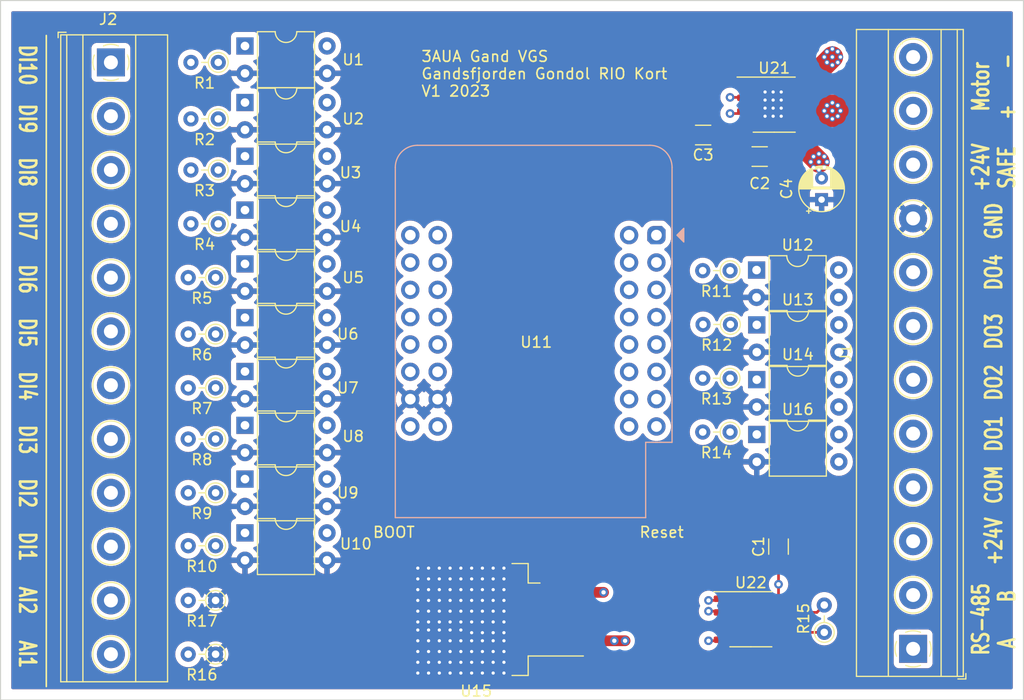
<source format=kicad_pcb>
(kicad_pcb (version 20221018) (generator pcbnew)
  (layers (0 "F.Cu" power) (1 "In1.Cu" signal) (2 "In2.Cu" signal) (31 "B.Cu" power) (34 "B.Paste" user) (35 "F.Paste" user) (36 "B.SilkS" user "B.Silkscreen") (37 "F.SilkS" user "F.Silkscreen") (38 "B.Mask" user) (39 "F.Mask" user) (44 "Edge.Cuts" user))
  (net 0 "")
  (net 1 "Net-(R1-Pad1)")
  (net 2 "Net-(R2-Pad1)")
  (net 3 "Net-(R3-Pad1)")
  (net 4 "Net-(R4-Pad1)")
  (net 5 "Net-(R5-Pad1)")
  (net 6 "Net-(R6-Pad1)")
  (net 7 "Net-(R7-Pad1)")
  (net 8 "Net-(R8-Pad1)")
  (net 9 "GND")
  (net 10 "Net-(U11-GPIO18)")
  (net 11 "Net-(U11-GPIO21)")
  (net 12 "Net-(R9-Pad1)")
  (net 13 "Net-(R10-Pad1)")
  (net 14 "Net-(U11-GPIO33)")
  (net 15 "Net-(U11-GPIO34)")
  (net 16 "Net-(U11-GPIO35)")
  (net 17 "Net-(U11-GPIO36)")
  (net 18 "Net-(U11-GPIO37)")
  (net 19 "/TX-O")
  (net 20 "/RTS")
  (net 21 "/RX-I")
  (net 22 "Net-(U11-GPIO38)")
  (net 23 "Net-(R11-Pad1)")
  (net 24 "Net-(R12-Pad1)")
  (net 25 "Net-(R13-Pad1)")
  (net 26 "Net-(R14-Pad1)")
  (net 28 "Net-(J1-Pin_4)")
  (net 29 "Net-(J1-Pin_5)")
  (net 30 "Net-(J1-Pin_6)")
  (net 31 "Net-(J1-Pin_7)")
  (net 32 "Net-(J1-Pin_8)")
  (net 33 "Net-(J1-Pin_11)")
  (net 34 "Net-(J1-Pin_12)")
  (net 35 "Net-(J1-Pin_1)")
  (net 36 "Net-(J1-Pin_2)")
  (net 37 "+24V")
  (net 38 "Net-(J1-Pin_10)")
  (net 39 "Net-(J2-Pin_1)")
  (net 40 "Net-(J2-Pin_3)")
  (net 41 "Net-(J2-Pin_4)")
  (net 42 "Net-(J2-Pin_5)")
  (net 43 "Net-(J2-Pin_6)")
  (net 44 "Net-(J2-Pin_7)")
  (net 45 "Net-(J2-Pin_8)")
  (net 46 "Net-(J2-Pin_9)")
  (net 47 "Net-(J2-Pin_10)")
  (net 48 "Net-(J2-Pin_12)")
  (net 49 "Net-(J2-Pin_2)")
  (net 50 "Net-(U11-GPIO40)")
  (net 51 "Net-(U11-GPIO39)")
  (net 55 "Net-(U11-3V3)")
  (net 56 "Net-(U11-VBUS)")
  (net 57 "Net-(U11-GPIO11)")
  (net 58 "Net-(U11-GPIO10)")
  (net 59 "Net-(U11-GPIO9)")
  (net 60 "Net-(U11-GPIO8)")
  (net 61 "Net-(U11-GPIO3)")
  (net 63 "Net-(U11-GPIO2)")
  (net 65 "Net-(J2-Pin_11)")
  (footprint "Package_DIP:DIP-4_W7.62mm" (layer "F.Cu") (at 121.95 91.475)
    (fp_text reference "U8" (at 10.05 1.025) (layer "F.SilkS"))
    (fp_text value "PC817")
    (pad "1" thru_hole rect (at 0 0) (size 1.6 1.6) (drill 0.8) (layers "*.Cu" "*.Mask") (net 8 "Net-(R8-Pad1)"))
    (pad "2" thru_hole oval (at 0 2.54) (size 1.6 1.6) (drill 0.8) (layers "*.Cu" "*.Mask") (net 9 "GND"))
    (pad "3" thru_hole oval (at 7.62 2.54) (size 1.6 1.6) (drill 0.8) (layers "*.Cu" "*.Mask") (net 9 "GND"))
    (pad "4" thru_hole oval (at 7.62 0) (size 1.6 1.6) (drill 0.8) (layers "*.Cu" "*.Mask") (net 14 "Net-(U11-GPIO33)"))
  )
  (footprint "Package_SO:SOIC-8-1EP_3.9x4.9mm_P1.27mm_EP2.41x3.3mm" (layer "F.Cu") (at 171.1 61.675)
    (fp_text reference "U21" (at 0 -3.4) (layer "F.SilkS"))
    (fp_text value "TB67H451FNG ")
    (pad "1" smd roundrect (at -2.475 -1.905) (size 1.95 0.6) (layers "F.Cu" "F.Paste" "F.Mask") (net 9 "GND"))
    (pad "2" smd roundrect (at -2.475 -0.635) (size 1.95 0.6) (layers "F.Cu" "F.Paste" "F.Mask") (net 63 "Net-(U11-GPIO2)"))
    (pad "3" smd roundrect (at -2.475 0.635) (size 1.95 0.6) (layers "F.Cu" "F.Paste" "F.Mask") (net 61 "Net-(U11-GPIO3)"))
    (pad "4" smd roundrect (at -2.475 1.905) (size 1.95 0.6) (layers "F.Cu" "F.Paste" "F.Mask") (net 55 "Net-(U11-3V3)"))
    (pad "5" smd roundrect (at 2.475 1.905) (size 1.95 0.6) (layers "F.Cu" "F.Paste" "F.Mask") (net 38 "Net-(J1-Pin_10)"))
    (pad "6" smd roundrect (at 2.475 0.635) (size 1.95 0.6) (layers "F.Cu" "F.Paste" "F.Mask") (net 33 "Net-(J1-Pin_11)"))
    (pad "7" smd roundrect (at 2.475 -0.635) (size 1.95 0.6) (layers "F.Cu" "F.Paste" "F.Mask") (net 9 "GND"))
    (pad "8" smd roundrect (at 2.475 -1.905) (size 1.95 0.6) (layers "F.Cu" "F.Paste" "F.Mask") (net 34 "Net-(J1-Pin_12)"))
    (pad "9" smd rect (at 0 0) (size 2.41 3.3) (layers "F.Cu" "F.Mask") (net 9 "GND"))
  )
  (footprint "Package_DIP:DIP-4_W7.62mm" (layer "F.Cu") (at 121.95 71.475)
    (fp_text reference "U4" (at 9.8 1.525) (layer "F.SilkS"))
    (fp_text value "PC817")
    (pad "1" thru_hole rect (at 0 0) (size 1.6 1.6) (drill 0.8) (layers "*.Cu" "*.Mask") (net 4 "Net-(R4-Pad1)"))
    (pad "2" thru_hole oval (at 0 2.54) (size 1.6 1.6) (drill 0.8) (layers "*.Cu" "*.Mask") (net 9 "GND"))
    (pad "3" thru_hole oval (at 7.62 2.54) (size 1.6 1.6) (drill 0.8) (layers "*.Cu" "*.Mask") (net 9 "GND"))
    (pad "4" thru_hole oval (at 7.62 0) (size 1.6 1.6) (drill 0.8) (layers "*.Cu" "*.Mask") (net 18 "Net-(U11-GPIO37)"))
  )
  (footprint "Resistor_THT:R_Axial_DIN0204_L3.6mm_D1.6mm_P2.54mm_Vertical" (layer "F.Cu") (at 119.22 88 180)
    (fp_text reference "R7" (at 1.27 -1.92 180) (layer "F.SilkS"))
    (fp_text value "R")
    (pad "1" thru_hole circle (at 0 0 180) (size 1.4 1.4) (drill 0.7) (layers "*.Cu" "*.Mask") (net 7 "Net-(R7-Pad1)"))
    (pad "2" thru_hole oval (at 2.54 0 180) (size 1.4 1.4) (drill 0.7) (layers "*.Cu" "*.Mask") (net 44 "Net-(J2-Pin_7)"))
  )
  (footprint "Package_TO_SOT_SMD:TO-263-2" (layer "F.Cu") (at 143.425 109.525 180)
    (fp_text reference "U15" (at 0 -6.65) (layer "F.SilkS"))
    (fp_text value "L7805")
    (pad "1" smd roundrect (at -7.65 -2.54 180) (size 4.6 1.1) (layers "F.Cu" "F.Paste" "F.Mask") (roundrect_rratio 0.2272727273) (net 37 "+24V"))
    (pad "2" smd roundrect (at -0.925 -2.775 180) (size 4.55 5.25) (layers "F.Cu" "F.Paste") (roundrect_rratio 0.05494505495) (net 9 "GND"))
    (pad "2" smd roundrect (at -0.925 2.775 180) (size 4.55 5.25) (layers "F.Cu" "F.Paste") (roundrect_rratio 0.05494505495) (net 9 "GND"))
    (pad "2" smd roundrect (at 1.5 0 180) (size 9.4 10.8) (layers "F.Cu" "F.Mask") (roundrect_rratio 0.02659595745) (net 9 "GND"))
    (pad "2" smd roundrect (at 3.925 -2.775 180) (size 4.55 5.25) (layers "F.Cu" "F.Paste") (roundrect_rratio 0.05494505495) (net 9 "GND"))
    (pad "2" smd roundrect (at 3.925 2.775 180) (size 4.55 5.25) (layers "F.Cu" "F.Paste") (roundrect_rratio 0.05494505495) (net 9 "GND"))
    (pad "3" smd roundrect (at -7.65 2.54 180) (size 4.6 1.1) (layers "F.Cu" "F.Paste" "F.Mask") (roundrect_rratio 0.2272727273) (net 56 "Net-(U11-VBUS)"))
  )
  (footprint "Resistor_THT:R_Axial_DIN0204_L3.6mm_D1.6mm_P2.54mm_Vertical" (layer "F.Cu") (at 119.47 67.75 180)
    (fp_text reference "R3" (at 1.27 -1.92 180) (layer "F.SilkS"))
    (fp_text value "R")
    (pad "1" thru_hole circle (at 0 0 180) (size 1.4 1.4) (drill 0.7) (layers "*.Cu" "*.Mask") (net 3 "Net-(R3-Pad1)"))
    (pad "2" thru_hole oval (at 2.54 0 180) (size 1.4 1.4) (drill 0.7) (layers "*.Cu" "*.Mask") (net 40 "Net-(J2-Pin_3)"))
  )
  (footprint "Package_DIP:DIP-4_W7.62mm" (layer "F.Cu") (at 121.95 56.225)
    (fp_text reference "U1" (at 10.05 1.275) (layer "F.SilkS"))
    (fp_text value "PC817")
    (pad "1" thru_hole rect (at 0 0) (size 1.6 1.6) (drill 0.8) (layers "*.Cu" "*.Mask") (net 1 "Net-(R1-Pad1)"))
    (pad "2" thru_hole oval (at 0 2.54) (size 1.6 1.6) (drill 0.8) (layers "*.Cu" "*.Mask") (net 9 "GND"))
    (pad "3" thru_hole oval (at 7.62 2.54) (size 1.6 1.6) (drill 0.8) (layers "*.Cu" "*.Mask") (net 9 "GND"))
    (pad "4" thru_hole oval (at 7.62 0) (size 1.6 1.6) (drill 0.8) (layers "*.Cu" "*.Mask") (net 50 "Net-(U11-GPIO40)"))
  )
  (footprint "Resistor_THT:R_Axial_DIN0204_L3.6mm_D1.6mm_P2.54mm_Vertical" (layer "F.Cu") (at 167.002032 77.10246 180)
    (fp_text reference "R11" (at 1.27 -1.92) (layer "F.SilkS"))
    (fp_text value "R")
    (pad "1" thru_hole circle (at 0 0 180) (size 1.4 1.4) (drill 0.7) (layers "*.Cu" "*.Mask") (net 23 "Net-(R11-Pad1)"))
    (pad "2" thru_hole oval (at 2.54 0 180) (size 1.4 1.4) (drill 0.7) (layers "*.Cu" "*.Mask") (net 60 "Net-(U11-GPIO8)"))
  )
  (footprint "Package_DIP:DIP-4_W7.62mm" (layer "F.Cu") (at 121.95 101.475)
    (fp_text reference "U10" (at 10.3 1.025) (layer "F.SilkS"))
    (fp_text value "PC817")
    (pad "1" thru_hole rect (at 0 0) (size 1.6 1.6) (drill 0.8) (layers "*.Cu" "*.Mask") (net 13 "Net-(R10-Pad1)"))
    (pad "2" thru_hole oval (at 0 2.54) (size 1.6 1.6) (drill 0.8) (layers "*.Cu" "*.Mask") (net 9 "GND"))
    (pad "3" thru_hole oval (at 7.62 2.54) (size 1.6 1.6) (drill 0.8) (layers "*.Cu" "*.Mask") (net 9 "GND"))
    (pad "4" thru_hole oval (at 7.62 0) (size 1.6 1.6) (drill 0.8) (layers "*.Cu" "*.Mask") (net 10 "Net-(U11-GPIO18)"))
  )
  (footprint "Package_DIP:DIP-4_W7.62mm" (layer "F.Cu") (at 169.482032 87.234126)
    (fp_text reference "U14" (at 3.81 -2.33) (layer "F.SilkS"))
    (fp_text value "TLP222A")
    (pad "1" thru_hole rect (at 0 0) (size 1.6 1.6) (drill 0.8) (layers "*.Cu" "*.Mask") (net 25 "Net-(R13-Pad1)"))
    (pad "2" thru_hole oval (at 0 2.54) (size 1.6 1.6) (drill 0.8) (layers "*.Cu" "*.Mask") (net 9 "GND"))
    (pad "3" thru_hole oval (at 7.62 2.54) (size 1.6 1.6) (drill 0.8) (layers "*.Cu" "*.Mask") (net 28 "Net-(J1-Pin_4)"))
    (pad "4" thru_hole oval (at 7.62 0) (size 1.6 1.6) (drill 0.8) (layers "*.Cu" "*.Mask") (net 30 "Net-(J1-Pin_6)"))
  )
  (footprint "Package_DIP:DIP-4_W7.62mm" (layer "F.Cu") (at 169.482032 92.327459)
    (fp_text reference "U16" (at 3.81 -2.33) (layer "F.SilkS"))
    (fp_text value "TLP222A")
    (pad "1" thru_hole rect (at 0 0) (size 1.6 1.6) (drill 0.8) (layers "*.Cu" "*.Mask") (net 26 "Net-(R14-Pad1)"))
    (pad "2" thru_hole oval (at 0 2.54) (size 1.6 1.6) (drill 0.8) (layers "*.Cu" "*.Mask") (net 9 "GND"))
    (pad "3" thru_hole oval (at 7.62 2.54) (size 1.6 1.6) (drill 0.8) (layers "*.Cu" "*.Mask") (net 28 "Net-(J1-Pin_4)"))
    (pad "4" thru_hole oval (at 7.62 0) (size 1.6 1.6) (drill 0.8) (layers "*.Cu" "*.Mask") (net 29 "Net-(J1-Pin_5)"))
  )
  (footprint "Resistor_THT:R_Axial_DIN0204_L3.6mm_D1.6mm_P2.54mm_Vertical" (layer "F.Cu") (at 167.002032 87.10246 180)
    (fp_text reference "R13" (at 1.27 -1.92) (layer "F.SilkS"))
    (fp_text value "R")
    (pad "1" thru_hole circle (at 0 0 180) (size 1.4 1.4) (drill 0.7) (layers "*.Cu" "*.Mask") (net 25 "Net-(R13-Pad1)"))
    (pad "2" thru_hole oval (at 2.54 0 180) (size 1.4 1.4) (drill 0.7) (layers "*.Cu" "*.Mask") (net 58 "Net-(U11-GPIO10)"))
  )
  (footprint "Resistor_THT:R_Axial_DIN0204_L3.6mm_D1.6mm_P2.54mm_Vertical" (layer "F.Cu") (at 175.75 110.72 90)
    (fp_text reference "R15" (at 1.27 -1.92 90) (layer "F.SilkS"))
    (fp_text value "R220")
    (pad "1" thru_hole circle (at 0 0 90) (size 1.4 1.4) (drill 0.7) (layers "*.Cu" "*.Mask") (net 35 "Net-(J1-Pin_1)"))
    (pad "2" thru_hole oval (at 2.54 0 90) (size 1.4 1.4) (drill 0.7) (layers "*.Cu" "*.Mask") (net 36 "Net-(J1-Pin_2)"))
  )
  (footprint "Resistor_THT:R_Axial_DIN0204_L3.6mm_D1.6mm_P2.54mm_Vertical" (layer "F.Cu") (at 119.22 83 180)
    (fp_text reference "R6" (at 1.27 -1.92 180) (layer "F.SilkS"))
    (fp_text value "R")
    (pad "1" thru_hole circle (at 0 0 180) (size 1.4 1.4) (drill 0.7) (layers "*.Cu" "*.Mask") (net 6 "Net-(R6-Pad1)"))
    (pad "2" thru_hole oval (at 2.54 0 180) (size 1.4 1.4) (drill 0.7) (layers "*.Cu" "*.Mask") (net 43 "Net-(J2-Pin_6)"))
  )
  (footprint "Package_DIP:DIP-4_W7.62mm" (layer "F.Cu") (at 121.95 96.475)
    (fp_text reference "U9" (at 9.55 1.275) (layer "F.SilkS"))
    (fp_text value "PC817")
    (pad "1" thru_hole rect (at 0 0) (size 1.6 1.6) (drill 0.8) (layers "*.Cu" "*.Mask") (net 12 "Net-(R9-Pad1)"))
    (pad "2" thru_hole oval (at 0 2.54) (size 1.6 1.6) (drill 0.8) (layers "*.Cu" "*.Mask") (net 9 "GND"))
    (pad "3" thru_hole oval (at 7.62 2.54) (size 1.6 1.6) (drill 0.8) (layers "*.Cu" "*.Mask") (net 9 "GND"))
    (pad "4" thru_hole oval (at 7.62 0) (size 1.6 1.6) (drill 0.8) (layers "*.Cu" "*.Mask") (net 11 "Net-(U11-GPIO21)"))
  )
  (footprint "Resistor_THT:R_Axial_DIN0204_L3.6mm_D1.6mm_P2.54mm_Vertical" (layer "F.Cu") (at 119.47 72.75 180)
    (fp_text reference "R4" (at 1.27 -1.92 180) (layer "F.SilkS"))
    (fp_text value "R")
    (pad "1" thru_hole circle (at 0 0 180) (size 1.4 1.4) (drill 0.7) (layers "*.Cu" "*.Mask") (net 4 "Net-(R4-Pad1)"))
    (pad "2" thru_hole oval (at 2.54 0 180) (size 1.4 1.4) (drill 0.7) (layers "*.Cu" "*.Mask") (net 41 "Net-(J2-Pin_4)"))
  )
  (footprint "Resistor_THT:R_Axial_DIN0204_L3.6mm_D1.6mm_P2.54mm_Vertical" (layer "F.Cu") (at 167.032032 82.10246 180)
    (fp_text reference "R12" (at 1.27 -1.92) (layer "F.SilkS"))
    (fp_text value "R")
    (pad "1" thru_hole circle (at 0 0 180) (size 1.4 1.4) (drill 0.7) (layers "*.Cu" "*.Mask") (net 24 "Net-(R12-Pad1)"))
    (pad "2" thru_hole oval (at 2.54 0 180) (size 1.4 1.4) (drill 0.7) (layers "*.Cu" "*.Mask") (net 59 "Net-(U11-GPIO9)"))
  )
  (footprint "Resistor_THT:R_Axial_DIN0204_L3.6mm_D1.6mm_P2.54mm_Vertical" (layer "F.Cu") (at 119.22 97.75 180)
    (fp_text reference "R9" (at 1.27 -1.92 180) (layer "F.SilkS"))
    (fp_text value "R")
    (pad "1" thru_hole circle (at 0 0 180) (size 1.4 1.4) (drill 0.7) (layers "*.Cu" "*.Mask") (net 12 "Net-(R9-Pad1)"))
    (pad "2" thru_hole oval (at 2.54 0 180) (size 1.4 1.4) (drill 0.7) (layers "*.Cu" "*.Mask") (net 46 "Net-(J2-Pin_9)"))
  )
  (footprint "Resistor_THT:R_Axial_DIN0204_L3.6mm_D1.6mm_P2.54mm_Vertical" (layer "F.Cu") (at 119.47 57.75 180)
    (fp_text reference "R1" (at 1.27 -1.92 180) (layer "F.SilkS"))
    (fp_text value "R")
    (pad "1" thru_hole circle (at 0 0 180) (size 1.4 1.4) (drill 0.7) (layers "*.Cu" "*.Mask") (net 1 "Net-(R1-Pad1)"))
    (pad "2" thru_hole oval (at 2.54 0 180) (size 1.4 1.4) (drill 0.7) (layers "*.Cu" "*.Mask") (net 39 "Net-(J2-Pin_1)"))
  )
  (footprint "Resistor_THT:R_Axial_DIN0204_L3.6mm_D1.6mm_P2.54mm_Vertical" (layer "F.Cu") (at 119.22 102.669888 180)
    (fp_text reference "R10" (at 1.27 -1.92 180) (layer "F.SilkS"))
    (fp_text value "R")
    (pad "1" thru_hole circle (at 0 0 180) (size 1.4 1.4) (drill 0.7) (layers "*.Cu" "*.Mask") (net 13 "Net-(R10-Pad1)"))
    (pad "2" thru_hole oval (at 2.54 0 180) (size 1.4 1.4) (drill 0.7) (layers "*.Cu" "*.Mask") (net 47 "Net-(J2-Pin_10)"))
  )
  (footprint "Resistor_THT:R_Axial_DIN0204_L3.6mm_D1.6mm_P2.54mm_Vertical" (layer "F.Cu") (at 119.22 92.75 180)
    (fp_text reference "R8" (at 1.27 -1.92 180) (layer "F.SilkS"))
    (fp_text value "R")
    (pad "1" thru_hole circle (at 0 0 180) (size 1.4 1.4) (drill 0.7) (layers "*.Cu" "*.Mask") (net 8 "Net-(R8-Pad1)"))
    (pad "2" thru_hole oval (at 2.54 0 180) (size 1.4 1.4) (drill 0.7) (layers "*.Cu" "*.Mask") (net 45 "Net-(J2-Pin_8)"))
  )
  (footprint "Package_DIP:DIP-4_W7.62mm" (layer "F.Cu") (at 169.462032 77.04746)
    (fp_text reference "U12" (at 3.81 -2.33) (layer "F.SilkS"))
    (fp_text value "TLP222A")
    (pad "1" thru_hole rect (at 0 0) (size 1.6 1.6) (drill 0.8) (layers "*.Cu" "*.Mask") (net 23 "Net-(R11-Pad1)"))
    (pad "2" thru_hole oval (at 0 2.54) (size 1.6 1.6) (drill 0.8) (layers "*.Cu" "*.Mask") (net 9 "GND"))
    (pad "3" thru_hole oval (at 7.62 2.54) (size 1.6 1.6) (drill 0.8) (layers "*.Cu" "*.Mask") (net 28 "Net-(J1-Pin_4)"))
    (pad "4" thru_hole oval (at 7.62 0) (size 1.6 1.6) (drill 0.8) (layers "*.Cu" "*.Mask") (net 32 "Net-(J1-Pin_8)"))
  )
  (footprint "Capacitor_THT:CP_Radial_D4.0mm_P2.00mm" (layer "F.Cu") (at 175.5 70.5 90)
    (fp_text reference "C4" (at 1 -3.25 90) (layer "F.SilkS"))
    (fp_text value "47uF")
    (pad "1" thru_hole rect (at 0 0 90) (size 1.2 1.2) (drill 0.6) (layers "*.Cu" "*.Mask") (net 9 "GND"))
    (pad "2" thru_hole circle (at 2 0 90) (size 1.2 1.2) (drill 0.6) (layers "*.Cu" "*.Mask") (net 38 "Net-(J1-Pin_10)"))
  )
  (footprint "TerminalBlock_Phoenix:TerminalBlock_Phoenix_MKDS-1,5-12_1x12_P5.00mm_Horizontal" (layer "F.Cu") (at 184 112.25 90)
    (fp_text reference "J1" (at 27.5 -6.26 90) (layer "F.SilkS"))
    (fp_text value "Screw_Terminal_01x12" hide)
    (pad "1" thru_hole rect (at 0 0 90) (size 2.6 2.6) (drill 1.3) (layers "*.Cu" "*.Mask") (net 35 "Net-(J1-Pin_1)"))
    (pad "2" thru_hole circle (at 5 0 90) (size 2.6 2.6) (drill 1.3) (layers "*.Cu" "*.Mask") (net 36 "Net-(J1-Pin_2)"))
    (pad "3" thru_hole circle (at 10 0 90) (size 2.6 2.6) (drill 1.3) (layers "*.Cu" "*.Mask") (net 37 "+24V"))
    (pad "4" thru_hole circle (at 15 0 90) (size 2.6 2.6) (drill 1.3) (layers "*.Cu" "*.Mask") (net 28 "Net-(J1-Pin_4)"))
    (pad "5" thru_hole circle (at 20 0 90) (size 2.6 2.6) (drill 1.3) (layers "*.Cu" "*.Mask") (net 29 "Net-(J1-Pin_5)"))
    (pad "6" thru_hole circle (at 25 0 90) (size 2.6 2.6) (drill 1.3) (layers "*.Cu" "*.Mask") (net 30 "Net-(J1-Pin_6)"))
    (pad "7" thru_hole circle (at 30 0 90) (size 2.6 2.6) (drill 1.3) (layers "*.Cu" "*.Mask") (net 31 "Net-(J1-Pin_7)"))
    (pad "8" thru_hole circle (at 35 0 90) (size 2.6 2.6) (drill 1.3) (layers "*.Cu" "*.Mask") (net 32 "Net-(J1-Pin_8)"))
    (pad "9" thru_hole circle (at 40 0 90) (size 2.6 2.6) (drill 1.3) (layers "*.Cu" "*.Mask") (net 9 "GND"))
    (pad "10" thru_hole circle (at 45 0 90) (size 2.6 2.6) (drill 1.3) (layers "*.Cu" "*.Mask") (net 38 "Net-(J1-Pin_10)"))
    (pad "11" thru_hole circle (at 50 0 90) (size 2.6 2.6) (drill 1.3) (layers "*.Cu" "*.Mask") (net 33 "Net-(J1-Pin_11)"))
    (pad "12" thru_hole circle (at 55 0 90) (size 2.6 2.6) (drill 1.3) (layers "*.Cu" "*.Mask") (net 34 "Net-(J1-Pin_12)"))
  )
  (footprint "Resistor_THT:R_Axial_DIN0204_L3.6mm_D1.6mm_P2.54mm_Vertical" (layer "F.Cu") (at 119.22 107.75 180)
    (fp_text reference "R17" (at 1.27 -1.92) (layer "F.SilkS"))
    (fp_text value "R")
    (pad "1" thru_hole circle (at 0 0 180) (size 1.4 1.4) (drill 0.7) (layers "*.Cu" "*.Mask") (net 9 "GND"))
    (pad "2" thru_hole oval (at 2.54 0 180) (size 1.4 1.4) (drill 0.7) (layers "*.Cu" "*.Mask") (net 65 "Net-(J2-Pin_11)"))
  )
  (footprint "Capacitor_SMD:C_1206_3216Metric_Pad1.33x1.80mm_HandSolder" (layer "F.Cu") (at 171.5 102.75 90)
    (fp_text reference "C1" (at 0 -1.85 90) (layer "F.SilkS"))
    (fp_text value "0.1uF")
    (pad "1" smd roundrect (at -1.5625 0 90) (size 1.325 1.8) (layers "F.Cu" "F.Paste" "F.Mask") (roundrect_rratio 0.1886792453) (net 55 "Net-(U11-3V3)"))
    (pad "2" smd roundrect (at 1.5625 0 90) (size 1.325 1.8) (layers "F.Cu" "F.Paste" "F.Mask") (roundrect_rratio 0.1886792453) (net 9 "GND"))
  )
  (footprint "Resistor_THT:R_Axial_DIN0204_L3.6mm_D1.6mm_P2.54mm_Vertical" (layer "F.Cu") (at 119.47 63 180)
    (fp_text reference "R2" (at 1.27 -1.92 180) (layer "F.SilkS"))
    (fp_text value "R")
    (pad "1" thru_hole circle (at 0 0 180) (size 1.4 1.4) (drill 0.7) (layers "*.Cu" "*.Mask") (net 2 "Net-(R2-Pad1)"))
    (pad "2" thru_hole oval (at 2.54 0 180) (size 1.4 1.4) (drill 0.7) (layers "*.Cu" "*.Mask") (net 49 "Net-(J2-Pin_2)"))
  )
  (footprint "Resistor_THT:R_Axial_DIN0204_L3.6mm_D1.6mm_P2.54mm_Vertical" (layer "F.Cu") (at 119.22 112.75 180)
    (fp_text reference "R16" (at 1.27 -1.92) (layer "F.SilkS"))
    (fp_text value "R")
    (pad "1" thru_hole circle (at 0 0 180) (size 1.4 1.4) (drill 0.7) (layers "*.Cu" "*.Mask") (net 9 "GND"))
    (pad "2" thru_hole oval (at 2.54 0 180) (size 1.4 1.4) (drill 0.7) (layers "*.Cu" "*.Mask") (net 48 "Net-(J2-Pin_12)"))
  )
  (footprint "Package_DIP:DIP-4_W7.62mm" (layer "F.Cu") (at 121.95 66.475)
    (fp_text reference "U3" (at 9.8 1.525) (layer "F.SilkS"))
    (fp_text value "PC817")
    (pad "1" thru_hole rect (at 0 0) (size 1.6 1.6) (drill 0.8) (layers "*.Cu" "*.Mask") (net 3 "Net-(R3-Pad1)"))
    (pad "2" thru_hole oval (at 0 2.54) (size 1.6 1.6) (drill 0.8) (layers "*.Cu" "*.Mask") (net 9 "GND"))
    (pad "3" thru_hole oval (at 7.62 2.54) (size 1.6 1.6) (drill 0.8) (layers "*.Cu" "*.Mask") (net 9 "GND"))
    (pad "4" thru_hole oval (at 7.62 0) (size 1.6 1.6) (drill 0.8) (layers "*.Cu" "*.Mask") (net 22 "Net-(U11-GPIO38)"))
  )
  (footprint "Capacitor_SMD:C_1206_3216Metric_Pad1.33x1.80mm_HandSolder" (layer "F.Cu") (at 164.5 64.5 180)
    (fp_text reference "C3" (at 0 -1.85) (layer "F.SilkS"))
    (fp_text value "0.1uF")
    (pad "1" smd roundrect (at -1.5625 0 180) (size 1.325 1.8) (layers "F.Cu" "F.Paste" "F.Mask") (roundrect_rratio 0.1886792453) (net 55 "Net-(U11-3V3)"))
    (pad "2" smd roundrect (at 1.5625 0 180) (size 1.325 1.8) (layers "F.Cu" "F.Paste" "F.Mask") (roundrect_rratio 0.1886792453) (net 9 "GND"))
  )
  (footprint "Package_DIP:DIP-4_W7.62mm" (layer "F.Cu") (at 169.482032 82.140793)
    (fp_text reference "U13" (at 3.81 -2.33) (layer "F.SilkS"))
    (fp_text value "TLP222A")
    (pad "1" thru_hole rect (at 0 0) (size 1.6 1.6) (drill 0.8) (layers "*.Cu" "*.Mask") (net 24 "Net-(R12-Pad1)"))
    (pad "2" thru_hole oval (at 0 2.54) (size 1.6 1.6) (drill 0.8) (layers "*.Cu" "*.Mask") (net 9 "GND"))
    (pad "3" thru_hole oval (at 7.62 2.54) (size 1.6 1.6) (drill 0.8) (layers "*.Cu" "*.Mask") (net 28 "Net-(J1-Pin_4)"))
    (pad "4" thru_hole oval (at 7.62 0) (size 1.6 1.6) (drill 0.8) (layers "*.Cu" "*.Mask") (net 31 "Net-(J1-Pin_7)"))
  )
  (footprint "Package_DIP:DIP-4_W7.62mm" (layer "F.Cu") (at 121.95 86.475)
    (fp_text reference "U7" (at 9.55 1.525) (layer "F.SilkS"))
    (fp_text value "PC817")
    (pad "1" thru_hole rect (at 0 0) (size 1.6 1.6) (drill 0.8) (layers "*.Cu" "*.Mask") (net 7 "Net-(R7-Pad1)"))
    (pad "2" thru_hole oval (at 0 2.54) (size 1.6 1.6) (drill 0.8) (layers "*.Cu" "*.Mask") (net 9 "GND"))
    (pad "3" thru_hole oval (at 7.62 2.54) (size 1.6 1.6) (drill 0.8) (layers "*.Cu" "*.Mask") (net 9 "GND"))
    (pad "4" thru_hole oval (at 7.62 0) (size 1.6 1.6) (drill 0.8) (layers "*.Cu" "*.Mask") (net 15 "Net-(U11-GPIO34)"))
  )
  (footprint "Resistor_THT:R_Axial_DIN0204_L3.6mm_D1.6mm_P2.54mm_Vertical" (layer "F.Cu") (at 119.22 77.75 180)
    (fp_text reference "R5" (at 1.27 -1.92 180) (layer "F.SilkS"))
    (fp_text value "R")
    (pad "1" thru_hole circle (at 0 0 180) (size 1.4 1.4) (drill 0.7) (layers "*.Cu" "*.Mask") (net 5 "Net-(R5-Pad1)"))
    (pad "2" thru_hole oval (at 2.54 0 180) (size 1.4 1.4) (drill 0.7) (layers "*.Cu" "*.Mask") (net 42 "Net-(J2-Pin_5)"))
  )
  (footprint "Package_DIP:DIP-4_W7.62mm" (layer "F.Cu") (at 121.95 76.475)
    (fp_text reference "U5" (at 10.05 1.275) (layer "F.SilkS"))
    (fp_text value "PC817")
    (pad "1" thru_hole rect (at 0 0) (size 1.6 1.6) (drill 0.8) (layers "*.Cu" "*.Mask") (net 5 "Net-(R5-Pad1)"))
    (pad "2" thru_hole oval (at 0 2.54) (size 1.6 1.6) (drill 0.8) (layers "*.Cu" "*.Mask") (net 9 "GND"))
    (pad "3" thru_hole oval (at 7.62 2.54) (size 1.6 1.6) (drill 0.8) (layers "*.Cu" "*.Mask") (net 9 "GND"))
    (pad "4" thru_hole oval (at 7.62 0) (size 1.6 1.6) (drill 0.8) (layers "*.Cu" "*.Mask") (net 17 "Net-(U11-GPIO36)"))
  )
  (footprint "Package_SO:SOIC-8_3.9x4.9mm_P1.27mm" (layer "F.Cu") (at 168.93 109.5)
    (fp_text reference "U22" (at 0 -3.4) (layer "F.SilkS"))
    (fp_text value "SP3485CN")
    (pad "1" smd roundrect (at -2.475 -1.905) (size 1.95 0.6) (layers "F.Cu" "F.Paste" "F.Mask") (net 19 "/TX-O"))
    (pad "2" smd roundrect (at -2.475 -0.635) (size 1.95 0.6) (layers "F.Cu" "F.Paste" "F.Mask") (net 20 "/RTS"))
    (pad "3" smd roundrect (at -2.475 0.635) (size 1.95 0.6) (layers "F.Cu" "F.Paste" "F.Mask") (net 20 "/RTS"))
    (pad "4" smd roundrect (at -2.475 1.905) (size 1.95 0.6) (layers "F.Cu" "F.Paste" "F.Mask") (net 21 "/RX-I"))
    (pad "5" smd roundrect (at 2.475 1.905) (size 1.95 0.6) (layers "F.Cu" "F.Paste" "F.Mask") (net 9 "GND"))
    (pad "6" smd roundrect (at 2.475 0.635) (size 1.95 0.6) (layers "F.Cu" "F.Paste" "F.Mask") (net 35 "Net-(J1-Pin_1)"))
    (pad "7" smd roundrect (at 2.475 -0.635) (size 1.95 0.6) (layers "F.Cu" "F.Paste" "F.Mask") (net 36 "Net-(J1-Pin_2)"))
    (pad "8" smd roundrect (at 2.475 -1.905) (size 1.95 0.6) (layers "F.Cu" "F.Paste" "F.Mask") (net 55 "Net-(U11-3V3)"))
  )
  (footprint "Package_DIP:DIP-4_W7.62mm" (layer "F.Cu") (at 121.95 81.475)
    (fp_text reference "U6" (at 9.55 1.525) (layer "F.SilkS"))
    (fp_text value "PC817")
    (pad "1" thru_hole rect (at 0 0) (size 1.6 1.6) (drill 0.8) (layers "*.Cu" "*.Mask") (net 6 "Net-(R6-Pad1)"))
    (pad "2" thru_hole oval (at 0 2.54) (size 1.6 1.6) (drill 0.8) (layers "*.Cu" "*.Mask") (net 9 "GND"))
    (pad "3" thru_hole oval (at 7.62 2.54) (size 1.6 1.6) (drill 0.8) (layers "*.Cu" "*.Mask") (net 9 "GND"))
    (pad "4" thru_hole oval (at 7.62 0) (size 1.6 1.6) (drill 0.8) (layers "*.Cu" "*.Mask") (net 16 "Net-(U11-GPIO35)"))
  )
  (footprint "Capacitor_SMD:C_1206_3216Metric_Pad1.33x1.80mm_HandSolder" (layer "F.Cu") (at 169.75 66.5)
    (fp_text reference "C2" (at 0 2.5) (layer "F.SilkS"))
    (fp_text value "0.1uF")
    (pad "1" smd roundrect (at -1.5625 0) (size 1.325 1.8) (layers "F.Cu" "F.Paste" "F.Mask") (roundrect_rratio 0.1886792453) (net 9 "GND"))
    (pad "2" smd roundrect (at 1.5625 0) (size 1.325 1.8) (layers "F.Cu" "F.Paste" "F.Mask") (roundrect_rratio 0.1886792453) (net 38 "Net-(J1-Pin_10)"))
  )
  (footprint "Resistor_THT:R_Axial_DIN0204_L3.6mm_D1.6mm_P2.54mm_Vertical" (layer "F.Cu") (at 167.002032 92.10246 180)
    (fp_text reference "R14" (at 1.27 -1.92) (layer "F.SilkS"))
    (fp_text value "R")
    (pad "1" thru_hole circle (at 0 0 180) (size 1.4 1.4) (drill 0.7) (layers "*.Cu" "*.Mask") (net 26 "Net-(R14-Pad1)"))
    (pad "2" thru_hole oval (at 2.54 0 180) (size 1.4 1.4) (drill 0.7) (layers "*.Cu" "*.Mask") (net 57 "Net-(U11-GPIO11)"))
  )
  (footprint "Package_DIP:DIP-4_W7.62mm" (layer "F.Cu") (at 121.95 61.475)
    (fp_text reference "U2" (at 10.05 1.525) (layer "F.SilkS"))
    (fp_text value "PC817")
    (pad "1" thru_hole rect (at 0 0) (size 1.6 1.6) (drill 0.8) (layers "*.Cu" "*.Mask") (net 2 "Net-(R2-Pad1)"))
    (pad "2" thru_hole oval (at 0 2.54) (size 1.6 1.6) (drill 0.8) (layers "*.Cu" "*.Mask") (net 9 "GND"))
    (pad "3" thru_hole oval (at 7.62 2.54) (size 1.6 1.6) (drill 0.8) (layers "*.Cu" "*.Mask") (net 9 "GND"))
    (pad "4" thru_hole oval (at 7.62 0) (size 1.6 1.6) (drill 0.8) (layers "*.Cu" "*.Mask") (net 51 "Net-(U11-GPIO39)"))
  )
  (footprint "TerminalBlock_Phoenix:TerminalBlock_Phoenix_MKDS-1,5-12_1x12_P5.00mm_Horizontal" (layer "F.Cu") (at 109.5 57.75 -90)
    (fp_text reference "J2" (at -4 0.25 -180) (layer "F.SilkS"))
    (fp_text value "Screw_Terminal_01x12")
    (pad "1" thru_hole rect (at 0 0 270) (size 2.6 2.6) (drill 1.3) (layers "*.Cu" "*.Mask") (net 39 "Net-(J2-Pin_1)"))
    (pad "2" thru_hole circle (at 5 0 270) (size 2.6 2.6) (drill 1.3) (layers "*.Cu" "*.Mask") (net 49 "Net-(J2-Pin_2)"))
    (pad "3" thru_hole circle (at 10 0 270) (size 2.6 2.6) (drill 1.3) (layers "*.Cu" "*.Mask") (net 40 "Net-(J2-Pin_3)"))
    (pad "4" thru_hole circle (at 15 0 270) (size 2.6 2.6) (drill 1.3) (layers "*.Cu" "*.Mask") (net 41 "Net-(J2-Pin_4)"))
    (pad "5" thru_hole circle (at 20 0 270) (size 2.6 2.6) (drill 1.3) (layers "*.Cu" "*.Mask") (net 42 "Net-(J2-Pin_5)"))
    (pad "6" thru_hole circle (at 25 0 270) (size 2.6 2.6) (drill 1.3) (layers "*.Cu" "*.Mask") (net 43 "Net-(J2-Pin_6)"))
    (pad "7" thru_hole circle (at 30 0 270) (size 2.6 2.6) (drill 1.3) (layers "*.Cu" "*.Mask") (net 44 "Net-(J2-Pin_7)"))
    (pad "8" thru_hole circle (at 35 0 270) (size 2.6 2.6) (drill 1.3) (layers "*.Cu" "*.Mask") (net 45 "Net-(J2-Pin_8)"))
    (pad "9" thru_hole circle (at 40 0 270) (size 2.6 2.6) (drill 1.3) (layers "*.Cu" "*.Mask") (net 46 "Net-(J2-Pin_9)"))
    (pad "10" thru_hole circle (at 45 0 270) (size 2.6 2.6) (drill 1.3) (layers "*.Cu" "*.Mask") (net 47 "Net-(J2-Pin_10)"))
    (pad "11" thru_hole circle (at 50 0 270) (size 2.6 2.6) (drill 1.3) (layers "*.Cu" "*.Mask") (net 65 "Net-(J2-Pin_11)"))
    (pad "12" thru_hole circle (at 55 0 270) (size 2.6 2.6) (drill 1.3) (layers "*.Cu" "*.Mask") (net 48 "Net-(J2-Pin_12)"))
  )
  (footprint "wemos 2s mini:WEMOS_S2_mini" (layer "B.Cu") (at 160.1625 73.805 180)
    (fp_text reference "U11" (at 11.1625 -9.945) (layer "F.SilkS"))
    (fp_text value "WeMos_S2_mini")
    (pad "1" thru_hole roundrect (at 0 0 180) (size 1.7 1.7) (drill 1) (layers "*.Cu" "*.Mask") (roundrect_rratio 0.35) (chamfer_ratio 0.2) (chamfer top_right bottom_left))
    (pad "2" thru_hole circle (at 0 -2.54 180) (size 1.7 1.7) (drill 1) (layers "*.Cu" "*.Mask") (net 61 "Net-(U11-GPIO3)"))
    (pad "3" thru_hole circle (at 0 -5.08 180) (size 1.7 1.7) (drill 1) (layers "*.Cu" "*.Mask"))
    (pad "4" thru_hole circle (at 0 -7.62 180) (size 1.7 1.7) (drill 1) (layers "*.Cu" "*.Mask"))
    (pad "5" thru_hole circle (at 0 -10.16 180) (size 1.7 1.7) (drill 1) (layers "*.Cu" "*.Mask") (net 59 "Net-(U11-GPIO9)"))
    (pad "6" thru_hole circle (at 0 -12.7 180) (size 1.7 1.7) (drill 1) (layers "*.Cu" "*.Mask") (net 57 "Net-(U11-GPIO11)"))
    (pad "7" thru_hole circle (at 0 -15.24 180) (size 1.7 1.7) (drill 1) (layers "*.Cu" "*.Mask") (net 21 "/RX-I"))
    (pad "8" thru_hole circle (at 0 -17.78 180) (size 1.7 1.7) (drill 1) (layers "*.Cu" "*.Mask") (net 55 "Net-(U11-3V3)"))
    (pad "9" thru_hole circle (at 22.86 -17.78 180) (size 1.7 1.7) (drill 1) (layers "*.Cu" "*.Mask") (net 56 "Net-(U11-VBUS)"))
    (pad "10" thru_hole circle (at 22.86 -15.24 180) (size 1.7 1.7) (drill 1) (layers "*.Cu" "*.Mask") (net 9 "GND"))
    (pad "11" thru_hole circle (at 22.86 -12.7 180) (size 1.7 1.7) (drill 1) (layers "*.Cu" "*.Mask") (net 65 "Net-(J2-Pin_11)"))
    (pad "12" thru_hole circle (at 22.86 -10.16 180) (size 1.7 1.7) (drill 1) (layers "*.Cu" "*.Mask") (net 10 "Net-(U11-GPIO18)"))
    (pad "13" thru_hole circle (at 22.86 -7.62 180) (size 1.7 1.7) (drill 1) (layers "*.Cu" "*.Mask") (net 14 "Net-(U11-GPIO33)"))
    (pad "14" thru_hole circle (at 22.86 -5.08 180) (size 1.7 1.7) (drill 1) (layers "*.Cu" "*.Mask") (net 16 "Net-(U11-GPIO35)"))
    (pad "15" thru_hole circle (at 22.86 -2.54 180) (size 1.7 1.7) (drill 1) (layers "*.Cu" "*.Mask") (net 18 "Net-(U11-GPIO37)"))
    (pad "16" thru_hole circle (at 22.86 0 180) (size 1.7 1.7) (drill 1) (layers "*.Cu" "*.Mask") (net 51 "Net-(U11-GPIO39)"))
    (pad "17" thru_hole circle (at 2.54 0 180) (size 1.7 1.7) (drill 1) (layers "*.Cu" "*.Mask"))
    (pad "18" thru_hole circle (at 2.54 -2.54 180) (size 1.7 1.7) (drill 1) (layers "*.Cu" "*.Mask") (net 63 "Net-(U11-GPIO2)"))
    (pad "19" thru_hole circle (at 2.54 -5.08 180) (size 1.7 1.7) (drill 1) (layers "*.Cu" "*.Mask"))
    (pad "20" thru_hole circle (at 2.54 -7.62 180) (size 1.7 1.7) (drill 1) (layers "*.Cu" "*.Mask"))
    (pad "21" thru_hole circle (at 2.54 -10.16 180) (size 1.7 1.7) (drill 1) (layers "*.Cu" "*.Mask") (net 60 "Net-(U11-GPIO8)"))
    (pad "22" thru_hole circle (at 2.54 -12.7 180) (size 1.7 1.7) (drill 1) (layers "*.Cu" "*.Mask") (net 58 "Net-(U11-GPIO10)"))
    (pad "23" thru_hole circle (at 2.54 -15.24 180) (size 1.7 1.7) (drill 1) (layers "*.Cu" "*.Mask") (net 20 "/RTS"))
    (pad "24" thru_hole circle (at 2.54 -17.78 180) (size 1.7 1.7) (drill 1) (layers "*.Cu" "*.Mask") (net 19 "/TX-O"))
    (pad "25" thru_hole circle (at 20.32 -17.78 180) (size 1.7 1.7) (drill 1) (layers "*.Cu" "*.Mask"))
    (pad "26" thru_hole circle (at 20.32 -15.24 180) (size 1.7 1.7) (drill 1) (layers "*.Cu" "*.Mask") (net 9 "GND"))
    (pad "27" thru_hole circle (at 20.32 -12.7 180) (size 1.7 1.7) (drill 1) (layers "*.Cu" "*.Mask") (net 48 "Net-(J2-Pin_12)"))
    (pad "28" thru_hole circle (at 20.32 -10.16 180) (size 1.7 1.7) (drill 1) (layers "*.Cu" "*.Mask") (net 11 "Net-(U11-GPIO21)"))
    (pad "29" thru_hole circle (at 20.32 -7.62 180) (size 1.7 1.7) (drill 1) (layers "*.Cu" "*.Mask") (net 15 "Net-(U11-GPIO34)"))
    (pad "30" thru_hole circle (at 20.32 -5.08 180) (size 1.7 1.7) (drill 1) (layers "*.Cu" "*.Mask") (net 17 "Net-(U11-GPIO36)"))
    (pad "31" thru_hole circle (at 20.32 -2.54 180) (size 1.7 1.7) (drill 1) (layers "*.Cu" "*.Mask") (net 22 "Net-(U11-GPIO38)"))
    (pad "32" thru_hole circle (at 20.32 0 180) (size 1.7 1.7) (drill 1) (layers "*.Cu" "*.Mask") (net 50 "Net-(U11-GPIO40)"))
  )
  (gr_line (start 103.5 55.25) (end 103.5 115.75) (stroke (width 0.15)) (layer "F.SilkS"))
  (gr_rect locked (start 99.25 52) (end 194.25 117) (stroke (width 0.1)) (fill none) (layer "Edge.Cuts"))
  (gr_text "+24V" (at 191.5 102.25 90) (layer "F.SilkS") (effects (font (size 1.5 1.1) (thickness 0.25))))
  (gr_text "GND" (at 191.5 72.5 90) (layer "F.SilkS") (effects (font (size 1.5 1.1) (thickness 0.25))))
  (gr_text "DI3" (at 101.75 92.805554 270) (layer "F.SilkS") (effects (font (size 1.5 1.1) (thickness 0.25))))
  (gr_text "DI8" (at 101.75 67.944444 270) (layer "F.SilkS") (effects (font (size 1.5 1.1) (thickness 0.25))))
  (gr_text "DO4" (at 191.5 77.25 90) (layer "F.SilkS") (effects (font (size 1.5 1.1) (thickness 0.25))))
  (gr_text "DI9" (at 101.75 62.972222 270) (layer "F.SilkS") (effects (font (size 1.5 1.1) (thickness 0.25))))
  (gr_text "Motor\n+    -" (at 191.5 60 90) (layer "F.SilkS") (effects (font (size 1.5 1.1) (thickness 0.25))))
  (gr_text "AI1" (at 101.75 112.75 270) (layer "F.SilkS") (effects (font (size 1.5 1.1) (thickness 0.25))))
  (gr_text "AI2" (at 101.75 107.75 270) (layer "F.SilkS") (effects (font (size 1.5 1.1) (thickness 0.25))))
  (gr_text "DO1" (at 191.5 92.25 90) (layer "F.SilkS") (effects (font (size 1.5 1.1) (thickness 0.25))))
  (gr_text "DI1" (at 101.75 102.75 270) (layer "F.SilkS") (effects (font (size 1.5 1.1) (thickness 0.25))))
  (gr_text "3AUA Gand VGS\nGandsfjorden Gondol RIO Kort \nV1 2023" (at 138.25 61) (layer "F.SilkS") (effects (font (size 1 1)) (justify left bottom)))
  (gr_text "BOOT" (at 133.75 102) (layer "F.SilkS") (effects (font (size 1 1)) (justify left bottom)))
  (gr_text "DI10" (at 101.75 58 270) (layer "F.SilkS") (effects (font (size 1.5 1.1) (thickness 0.25))))
  (gr_text "DI7" (at 101.75 72.916666 270) (layer "F.SilkS") (effects (font (size 1.5 1.1) (thickness 0.25))))
  (gr_text "Reset" (at 158.5 102) (layer "F.SilkS") (effects (font (size 1 1)) (justify left bottom)))
  (gr_text "DO3" (at 191.5 82.75 90) (layer "F.SilkS") (effects (font (size 1.5 1.1) (thickness 0.25))))
  (gr_text "+24V\nSAFE" (at 191.5 67.5 90) (layer "F.SilkS") (effects (font (size 1.5 1.1) (thickness 0.25))))
  (gr_text "DI4" (at 101.75 87.833332 270) (layer "F.SilkS") (effects (font (size 1.5 1.1) (thickness 0.25))))
  (gr_text "RS-485\nA    B" (at 191.5 109.5 90) (layer "F.SilkS") (effects (font (size 1.5 1.1) (thickness 0.25))))
  (gr_text "DI5" (at 101.75 82.86111 270) (layer "F.SilkS") (effects (font (size 1.5 1.1) (thickness 0.25))))
  (gr_text "DO2" (at 191.5 87.5 90) (layer "F.SilkS") (effects (font (size 1.5 1.1) (thickness 0.25))))
  (gr_text "DI6" (at 101.75 77.888888 270) (layer "F.SilkS") (effects (font (size 1.5 1.1) (thickness 0.25))))
  (gr_text "DI2" (at 101.75 97.777776 270) (layer "F.SilkS") (effects (font (size 1.5 1.1) (thickness 0.25))))
  (gr_text "COM" (at 191.5 97 90) (layer "F.SilkS") (effects (font (size 1.5 1.1) (thickness 0.25))))
  (segment (start 172.02 60.77) (end 172.400837 60.77) (width 1) (layer "F.Cu") (net 9))
  (segment (start 171.75 60.5) (end 172.02 60.77) (width 1) (layer "F.Cu") (net 9))
  (via (at 141 111.5) (size 0.5) (drill 0.3) (layers "F.Cu" "B.Cu") (net 9))
  (via (at 138 105.75) (size 0.5) (drill 0.3) (layers "F.Cu" "B.Cu") (net 9))
  (via (at 138 113.5) (size 0.5) (drill 0.3) (layers "F.Cu" "B.Cu") (net 9))
  (via (at 142 104.75) (size 0.5) (drill 0.3) (layers "F.Cu" "B.Cu") (net 9))
  (via (at 145 104.75) (size 0.5) (drill 0.3) (layers "F.Cu" "B.Cu") (net 9))
  (via (at 140 111.5) (size 0.5) (drill 0.3) (layers "F.Cu" "B.Cu") (net 9))
  (via (at 142 114.5) (size 0.5) (drill 0.3) (layers "F.Cu" "B.Cu") (net 9))
  (via (at 143 104.75) (size 0.5) (drill 0.3) (layers "F.Cu" "B.Cu") (net 9))
  (via (at 140 112.5) (size 0.5) (drill 0.3) (layers "F.Cu" "B.Cu") (net 9))
  (via (at 144 109.75) (size 0.5) (drill 0.3) (layers "F.Cu" "B.Cu") (net 9))
  (via (at 146 107.75) (size 0.5) (drill 0.3) (layers "F.Cu" "B.Cu") (net 9))
  (via (at 138 112.5) (size 0.5) (drill 0.3) (layers "F.Cu" "B.Cu") (net 9))
  (via (at 141 112.5) (size 0.5) (drill 0.3) (layers "F.Cu" "B.Cu") (net 9))
  (via (at 170.25 60.5) (size 0.5) (drill 0.3) (layers "F.Cu" "B.Cu") (net 9))
  (via (at 145 108.75) (size 0.5) (drill 0.3) (layers "F.Cu" "B.Cu") (net 9))
  (via (at 171 62.75) (size 0.5) (drill 0.3) (layers "F.Cu" "B.Cu") (net 9))
  (via (at 144 108.75) (size 0.5) (drill 0.3) (layers "F.Cu" "B.Cu") (net 9))
  (via (at 145 105.75) (size 0.5) (drill 0.3) (layers "F.Cu" "B.Cu") (net 9))
  (via (at 142 106.75) (size 0.5) (drill 0.3) (layers "F.Cu" "B.Cu") (net 9))
  (via (at 139 112.5) (size 0.5) (drill 0.3) (layers "F.Cu" "B.Cu") (net 9))
  (via (at 143 111.5) (size 0.5) (drill 0.3) (layers "F.Cu" "B.Cu") (net 9))
  (via (at 140 105.75) (size 0.5) (drill 0.3) (layers "F.Cu" "B.Cu") (net 9))
  (via (at 138 114.5) (size 0.5) (drill 0.3) (layers "F.Cu" "B.Cu") (net 9))
  (via (at 138 109.75) (size 0.5) (drill 0.3) (layers "F.Cu" "B.Cu") (net 9))
  (via (at 139 109.75) (size 0.5) (drill 0.3) (layers "F.Cu" "B.Cu") (net 9))
  (via (at 139 111.5) (size 0.5) (drill 0.3) (layers "F.Cu" "B.Cu") (net 9))
  (via (at 138 110.5) (size 0.5) (drill 0.3) (layers "F.Cu" "B.Cu") (net 9))
  (via (at 141 109.75) (size 0.5) (drill 0.3) (layers "F.Cu" "B.Cu") (net 9))
  (via (at 139 106.75) (size 0.5) (drill 0.3) (layers "F.Cu" "B.Cu") (net 9))
  (via (at 140 109.75) (size 0.5) (drill 0.3) (layers "F.Cu" "B.Cu") (net 9))
  (via (at 146 109.75) (size 0.5) (drill 0.3) (layers "F.Cu" "B.Cu") (net 9))
  (via (at 144 107.75) (size 0.5) (drill 0.3) (layers "F.Cu" "B.Cu") (net 9))
  (via (at 140 113.5) (size 0.5) (drill 0.3) (layers "F.Cu" "B.Cu") (net 9))
  (via (at 171 60.5) (size 0.5) (drill 0.3) (layers "F.Cu" "B.Cu") (net 9))
  (via (at 144 112.5) (size 0.5) (drill 0.3) (layers "F.Cu" "B.Cu") (net 9))
  (via (at 171.75 60.5) (size 0.5) (drill 0.3) (layers "F.Cu" "B.Cu") (net 9))
  (via (at 145 107.75) (size 0.5) (drill 0.3) (layers "F.Cu" "B.Cu") (net 9))
  (via (at 140 104.75) (size 0.5) (drill 0.3) (layers "F.Cu" "B.Cu") (net 9))
  (via (at 146 113.5) (size 0.5) (drill 0.3) (layers "F.Cu" "B.Cu") (net 9))
  (via (at 171.75 62.75) (size 0.5) (drill 0.3) (layers "F.Cu" "B.Cu") (net 9))
  (via (at 140 107.75) (size 0.5) (drill 0.3) (layers "F.Cu" "B.Cu") (net 9))
  (via (at 138 107.75) (size 0.5) (drill 0.3) (layers "F.Cu" "B.Cu") (net 9))
  (via (at 139 113.5) (size 0.5) (drill 0.3) (layers "F.Cu" "B.Cu") (net 9))
  (via (at 139 107.75) (size 0.5) (drill 0.3) (layers "F.Cu" "B.Cu") (net 9))
  (via (at 140 106.75) (size 0.5) (drill 0.3) (layers "F.Cu" "B.Cu") (net 9))
  (via (at 144 114.5) (size 0.5) (drill 0.3) (layers "F.Cu" "B.Cu") (net 9))
  (via (at 146 112.5) (size 0.5) (drill 0.3) (layers "F.Cu" "B.Cu") (net 9))
  (via (at 143 113.5) (size 0.5) (drill 0.3) (layers "F.Cu" "B.Cu") (net 9))
  (via (at 142 107.75) (size 0.5) (drill 0.3) (layers "F.Cu" "B.Cu") (net 9))
  (via (at 145 114.5) (size 0.5) (drill 0.3) (layers "F.Cu" "B.Cu") (net 9))
  (via (at 139 105.75) (size 0.5) (drill 0.3) (layers "F.Cu" "B.Cu") (net 9))
  (via (at 139 110.5) (size 0.5) (drill 0.3) (layers "F.Cu" "B.Cu") (net 9))
  (via (at 170.25 62) (size 0.5) (drill 0.3) (layers "F.Cu" "B.Cu") (net 9))
  (via (at 146 111.5) (size 0.5) (drill 0.3) (layers "F.Cu" "B.Cu") (net 9))
  (via (at 141 110.5) (size 0.5) (drill 0.3) (layers "F.Cu" "B.Cu") (net 9))
  (via (at 138 104.75) (size 0.5) (drill 0.3) (layers "F.Cu" "B.Cu") (net 9))
  (via (at 143 114.5) (size 0.5) (drill 0.3) (layers "F.Cu" "B.Cu") (net 9))
  (via (at 141 107.75) (size 0.5) (drill 0.3) (layers "F.Cu" "B.Cu") (net 9))
  (via (at 171.75 61.25) (size 0.5) (drill 0.3) (layers "F.Cu" "B.Cu") (net 9))
  (via (at 141 114.5) (size 0.5) (drill 0.3) (layers "F.Cu" "B.Cu") (net 9))
  (via (at 146 108.75) (size 0.5) (drill 0.3) (layers "F.Cu" "B.Cu") (net 9))
  (via (at 141 105.75) (size 0.5) (drill 0.3) (layers "F.Cu" "B.Cu") (net 9))
  (via (at 138 111.5) (size 0.5) (drill 0.3) (layers "F.Cu" "B.Cu") (net 9))
  (via (at 144 105.75) (size 0.5) (drill 0.3) (layers "F.Cu" "B.Cu") (net 9))
  (via (at 170.25 61.25) (size 0.5) (drill 0.3) (layers "F.Cu" "B.Cu") (net 9))
  (via (at 141 104.75) (size 0.5) (drill 0.3) (layers "F.Cu" "B.Cu") (net 9))
  (via (at 139 104.75) (size 0.5) (drill 0.3) (layers "F.Cu" "B.Cu") (net 9))
  (via (at 144 111.5) (size 0.5) (drill 0.3) (layers "F.Cu" "B.Cu") (net 9))
  (via (at 144 106.75) (size 0.5) (drill 0.3) (layers "F.Cu" "B.Cu") (net 9))
  (via (at 140 114.5) (size 0.5) (drill 0.3) (layers "F.Cu" "B.Cu") (net 9))
  (via (at 144 113.5) (size 0.5) (drill 0.3) (layers "F.Cu" "B.Cu") (net 9))
  (via (at 143 107.75) (size 0.5) (drill 0.3) (layers "F.Cu" "B.Cu") (net 9))
  (via (at 142 105.75) (size 0.5) (drill 0.3) (layers "F.Cu" "B.Cu") (net 9))
  (via (at 142 110.5) (size 0.5) (drill 0.3) (layers "F.Cu" "B.Cu") (net 9))
  (via (at 142 109.75) (size 0.5) (drill 0.3) (layers "F.Cu" "B.Cu") (net 9))
  (via (at 145 106.75) (size 0.5) (drill 0.3) (layers "F.Cu" "B.Cu") (net 9))
  (via (at 142 113.5) (size 0.5) (drill 0.3) (layers "F.Cu" "B.Cu") (net 9))
  (via (at 139 114.5) (size 0.5) (drill 0.3) (layers "F.Cu" "B.Cu") (net 9))
  (via (at 145 110.75) (size 0.5) (drill 0.3) (layers "F.Cu" "B.Cu") (net 9))
  (via (at 170.25 62.75) (size 0.5) (drill 0.3) (layers "F.Cu" "B.Cu") (net 9))
  (via (at 171 61.25) (size 0.5) (drill 0.3) (layers "F.Cu" "B.Cu") (net 9))
  (via (at 143 109.75) (size 0.5) (drill 0.3) (layers "F.Cu" "B.Cu") (net 9))
  (via (at 145 112.5) (size 0.5) (drill 0.3) (layers "F.Cu" "B.Cu") (net 9))
  (via (at 145 111.5) (size 0.5) (drill 0.3) (layers "F.Cu" "B.Cu") (net 9))
  (via (at 138 108.75) (size 0.5) (drill 0.3) (layers "F.Cu" "B.Cu") (net 9))
  (via (at 146 110.75) (size 0.5) (drill 0.3) (layers "F.Cu" "B.Cu") (net 9))
  (via (at 146 104.75) (size 0.5) (drill 0.3) (layers "F.Cu" "B.Cu") (net 9))
  (via (at 146 106.75) (size 0.5) (drill 0.3) (layers "F.Cu" "B.Cu") (net 9))
  (via (at 140 108.75) (size 0.5) (drill 0.3) (layers "F.Cu" "B.Cu") (net 9))
  (via (at 141 106.75) (size 0.5) (drill 0.3) (layers "F.Cu" "B.Cu") (net 9))
  (via (at 141 113.5) (size 0.5) (drill 0.3) (layers "F.Cu" "B.Cu") (net 9))
  (via (at 142 112.5) (size 0.5) (drill 0.3) (layers "F.Cu" "B.Cu") (net 9))
  (via (at 143 108.75) (size 0.5) (drill 0.3) (layers "F.Cu" "B.Cu") (net 9))
  (via (at 143 110.75) (size 0.5) (drill 0.3) (layers "F.Cu" "B.Cu") (net 9))
  (via (at 140 110.5) (size 0.5) (drill 0.3) (layers "F.Cu" "B.Cu") (net 9))
  (via (at 146 105.75) (size 0.5) (drill 0.3) (layers "F.Cu" "B.Cu") (net 9))
  (via (at 145 113.5) (size 0.5) (drill 0.3) (layers "F.Cu" "B.Cu") (net 9))
  (via (at 171.75 62) (size 0.5) (drill 0.3) (layers "F.Cu" "B.Cu") (net 9))
  (via (at 144 110.75) (size 0.5) (drill 0.3) (layers "F.Cu" "B.Cu") (net 9))
  (via (at 143 105.75) (size 0.5) (drill 0.3) (layers "F.Cu" "B.Cu") (net 9))
  (via (at 145 109.75) (size 0.5) (drill 0.3) (layers "F.Cu" "B.Cu") (net 9))
  (via (at 171 62) (size 0.5) (drill 0.3) (layers "F.Cu" "B.Cu") (net 9))
  (via (at 143 112.5) (size 0.5) (drill 0.3) (layers "F.Cu" "B.Cu") (net 9))
  (via (at 138 106.75) (size 0.5) (drill 0.3) (layers "F.Cu" "B.Cu") (net 9))
  (via (at 143 106.75) (size 0.5) (drill 0.3) (layers "F.Cu" "B.Cu") (net 9))
  (via (at 141 108.75) (size 0.5) (drill 0.3) (layers "F.Cu" "B.Cu") (net 9))
  (via (at 139 108.75) (size 0.5) (drill 0.3) (layers "F.Cu" "B.Cu") (net 9))
  (via (at 142 111.5) (size 0.5) (drill 0.3) (layers "F.Cu" "B.Cu") (net 9))
  (via (at 144 104.75) (size 0.5) (drill 0.3) (layers "F.Cu" "B.Cu") (net 9))
  (via (at 146 114.5) (size 0.5) (drill 0.3) (layers "F.Cu" "B.Cu") (net 9))
  (via (at 142 108.75) (size 0.5) (drill 0.3) (layers "F.Cu" "B.Cu") (net 9))
  (segment (start 166.3 107.75) (end 166.455 107.595) (width 0.25) (layer "F.Cu") (net 19))
  (segment (start 165 107.75) (end 166.3 107.75) (width 0.25) (layer "F.Cu") (net 19))
  (via (at 165 107.75) (size 0.8) (drill 0.4) (layers "F.Cu" "B.Cu") (net 19))
  (segment (start 165 108.75) (end 166.34 108.75) (width 0.25) (layer "F.Cu") (net 20))
  (segment (start 166.455 108.865) (end 166.455 110.135) (width 0.25) (layer "F.Cu") (net 20))
  (segment (start 166.34 108.75) (end 166.455 108.865) (width 0.25) (layer "F.Cu") (net 20))
  (via (at 165 108.75) (size 0.8) (drill 0.4) (layers "F.Cu" "B.Cu") (net 20))
  (segment (start 165 111.5) (end 166.36 111.5) (width 0.25) (layer "F.Cu") (net 21))
  (segment (start 166.36 111.5) (end 166.455 111.405) (width 0.25) (layer "F.Cu") (net 21))
  (via (at 165 111.5) (size 0.8) (drill 0.4) (layers "F.Cu" "B.Cu") (net 21))
  (segment (start 176.75 62.25) (end 176.25 62.25) (width 3) (layer "F.Cu") (net 33))
  (segment (start 176.11 62.11) (end 173.575 62.11) (width 1) (layer "F.Cu") (net 33))
  (segment (start 176.25 62.25) (end 176.11 62.11) (width 1) (layer "F.Cu") (net 33))
  (via (at 176.5 62.25) (size 0.5) (drill 0.3) (layers "F.Cu" "B.Cu") (net 33))
  (via (at 177.25 62.25) (size 0.5) (drill 0.3) (layers "F.Cu" "B.Cu") (net 33))
  (via (at 176 62.75) (size 0.5) (drill 0.3) (layers "F.Cu" "B.Cu") (net 33))
  (via (at 176.5 61.5) (size 0.5) (drill 0.3) (layers "F.Cu" "B.Cu") (net 33))
  (via (at 177 61.75) (size 0.5) (drill 0.3) (layers "F.Cu" "B.Cu") (net 33))
  (via (at 175.75 62.25) (size 0.5) (drill 0.3) (layers "F.Cu" "B.Cu") (net 33))
  (via (at 176 61.75) (size 0.5) (drill 0.3) (layers "F.Cu" "B.Cu") (net 33))
  (via (at 176.5 63) (size 0.5) (drill 0.3) (layers "F.Cu" "B.Cu") (net 33))
  (via (at 177 62.75) (size 0.5) (drill 0.3) (layers "F.Cu" "B.Cu") (net 33))
  (segment (start 176.5 57.25) (end 174.21 59.54) (width 2) (layer "F.Cu") (net 34))
  (segment (start 174.21 59.54) (end 173.575 59.54) (width 2) (layer "F.Cu") (net 34))
  (via (at 177.25 57.25) (size 0.5) (drill 0.3) (layers "F.Cu" "B.Cu") (net 34))
  (via (at 176 57.75) (size 0.5) (drill 0.3) (layers "F.Cu" "B.Cu") (net 34))
  (via (at 176 56.75) (size 0.5) (drill 0.3) (layers "F.Cu" "B.Cu") (net 34))
  (via (at 176.5 58) (size 0.5) (drill 0.3) (layers "F.Cu" "B.Cu") (net 34))
  (via (at 177 57.75) (size 0.5) (drill 0.3) (layers "F.Cu" "B.Cu") (net 34))
  (via (at 176.5 56.5) (size 0.5) (drill 0.3) (layers "F.Cu" "B.Cu") (net 34))
  (via (at 175.75 57.25) (size 0.5) (drill 0.3) (layers "F.Cu" "B.Cu") (net 34))
  (via (at 177 56.75) (size 0.5) (drill 0.3) (layers "F.Cu" "B.Cu") (net 34))
  (via (at 176.5 57.25) (size 0.5) (drill 0.3) (layers "F.Cu" "B.Cu") (net 34))
  (segment (start 171.405 110.135) (end 171.99 110.72) (width 0.25) (layer "F.Cu") (net 35))
  (segment (start 171.99 110.72) (end 175.75 110.72) (width 0.25) (layer "F.Cu") (net 35))
  (segment (start 171.405 108.865) (end 175.065 108.865) (width 0.25) (layer "F.Cu") (net 36))
  (segment (start 175.065 108.865) (end 175.75 108.18) (width 0.25) (layer "F.Cu") (net 36))
  (segment (start 157.25 111.5) (end 151.64 111.5) (width 1) (layer "F.Cu") (net 37))
  (segment (start 151.64 111.5) (end 151.075 112.065) (width 1) (layer "F.Cu") (net 37))
  (via (at 156.25 111.5) (size 0.8) (drill 0.4) (layers "F.Cu" "B.Cu") (net 37))
  (via (at 157.25 111.5) (size 0.8) (drill 0.4) (layers "F.Cu" "B.Cu") (net 37))
  (segment (start 175.25 67) (end 173.575 65.325) (width 2) (layer "F.Cu") (net 38))
  (segment (start 173.575 65.325) (end 173.575 63.81) (width 2) (layer "F.Cu") (net 38))
  (via (at 174.5 67) (size 0.5) (drill 0.3) (layers "F.Cu" "B.Cu") (net 38))
  (via (at 174.75 67.5) (size 0.5) (drill 0.3) (layers "F.Cu" "B.Cu") (net 38))
  (via (at 176 67) (size 0.5) (drill 0.3) (layers "F.Cu" "B.Cu") (net 38))
  (via (at 175.75 66.5) (size 0.5) (drill 0.3) (layers "F.Cu" "B.Cu") (net 38))
  (via (at 175.75 67.5) (size 0.5) (drill 0.3) (layers "F.Cu" "B.Cu") (net 38))
  (via (at 174.75 66.5) (size 0.5) (drill 0.3) (layers "F.Cu" "B.Cu") (net 38))
  (via (at 175.25 67) (size 0.5) (drill 0.3) (layers "F.Cu" "B.Cu") (net 38))
  (via (at 175.25 67.75) (size 0.5) (drill 0.3) (layers "F.Cu" "B.Cu") (net 38))
  (via (at 175.25 66.25) (size 0.5) (drill 0.3) (layers "F.Cu" "B.Cu") (net 38))
  (segment (start 171.5 107.5) (end 171.405 107.595) (width 0.25) (layer "F.Cu") (net 55))
  (segment (start 171.5 106.25) (end 171.5 104.3125) (width 0.25) (layer "F.Cu") (net 55))
  (segment (start 171.5 106.25) (end 171.5 107.5) (width 0.25) (layer "F.Cu") (net 55))
  (via (at 171.5 106.25) (size 0.8) (drill 0.4) (layers "F.Cu" "B.Cu") (net 55))
  (segment (start 151.09 107) (end 151.075 106.985) (width 1) (layer "F.Cu") (net 56))
  (segment (start 155.25 107) (end 151.09 107) (width 1) (layer "F.Cu") (net 56))
  (via (at 155.25 107) (size 0.8) (drill 0.4) (layers "F.Cu" "B.Cu") (net 56))
  (segment (start 168.435 62.5) (end 168.625 62.31) (width 0.25) (layer "F.Cu") (net 61))
  (segment (start 167 62.5) (end 168.435 62.5) (width 0.25) (layer "F.Cu") (net 61))
  (via (at 167 62.5) (size 0.8) (drill 0.4) (layers "F.Cu" "B.Cu") (net 61))
  (segment (start 167 61) (end 168.585 61) (width 0.25) (layer "F.Cu") (net 63))
  (segment (start 168.585 61) (end 168.625 61.04) (width 0.25) (layer "F.Cu") (net 63))
  (via (at 167 61) (size 0.8) (drill 0.4) (layers "F.Cu" "B.Cu") (net 63))
  (zone (net 9) (net_name "GND") (layer "F.Cu") (connect_pads (clearance 0.508)) (min_thickness 0.25) (fill yes (thermal_gap 0.5) (thermal_bridge_width 0.5))
    (polygon (pts (xy 100.25 53) (xy 193.25 53) (xy 193.25 116) (xy 100.25 116)))
  )
  (zone (net 9) (net_name "GND") (layer "B.Cu") (connect_pads (clearance 0.508)) (min_thickness 0.25) (fill yes (thermal_gap 0.5) (thermal_bridge_width 0.5))
    (polygon (pts (xy 100.25 53) (xy 193.25 53) (xy 193.25 116) (xy 100.25 116)))
  )
)
</source>
